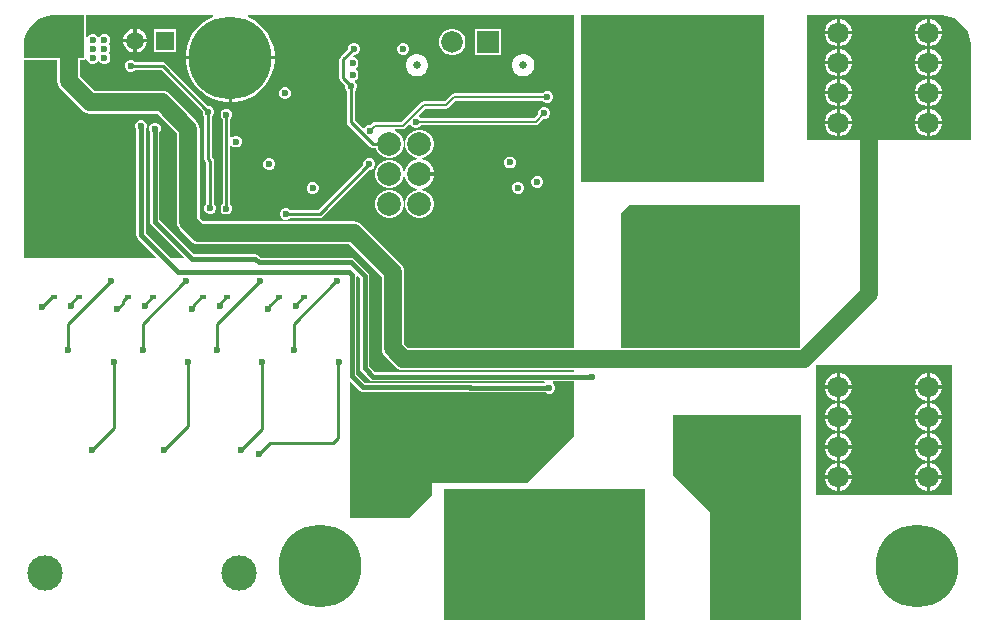
<source format=gbl>
G04*
G04 #@! TF.GenerationSoftware,Altium Limited,Altium Designer,21.1.0 (24)*
G04*
G04 Layer_Physical_Order=4*
G04 Layer_Color=16711680*
%FSLAX25Y25*%
%MOIN*%
G70*
G04*
G04 #@! TF.SameCoordinates,8E11B689-D9C9-4360-AAA9-F91F00066FD3*
G04*
G04*
G04 #@! TF.FilePolarity,Positive*
G04*
G01*
G75*
%ADD13C,0.00787*%
%ADD39C,0.27559*%
%ADD40C,0.07874*%
%ADD47C,0.11811*%
%ADD58C,0.01500*%
%ADD59C,0.01000*%
%ADD65R,0.05906X0.05906*%
%ADD66C,0.05906*%
%ADD67C,0.02657*%
%ADD68C,0.07205*%
%ADD69R,0.07205X0.07205*%
%ADD70C,0.07087*%
%ADD71C,0.02362*%
%ADD72R,0.02323X0.01772*%
%ADD73C,0.05906*%
G36*
X185039Y92355D02*
X129727D01*
X128477Y93605D01*
Y117520D01*
X128349Y118496D01*
X127972Y119406D01*
X127372Y120187D01*
X114282Y133278D01*
X113500Y133877D01*
X112591Y134254D01*
X111614Y134383D01*
X61518D01*
X60268Y135632D01*
Y165354D01*
X60140Y166331D01*
X59763Y167241D01*
X59164Y168022D01*
X50404Y176782D01*
X49622Y177381D01*
X48713Y177758D01*
X47736Y177887D01*
X25283D01*
X20406Y182763D01*
Y188174D01*
X21654D01*
X21961Y188235D01*
X22181Y188382D01*
X22263Y188400D01*
X22754Y188305D01*
X22938Y187861D01*
X23491Y187308D01*
X24215Y187008D01*
X24998D01*
X25721Y187308D01*
X26275Y187861D01*
X26304Y187932D01*
X26845D01*
X26875Y187861D01*
X27428Y187308D01*
X28152Y187008D01*
X28935D01*
X29658Y187308D01*
X30212Y187861D01*
X30512Y188585D01*
Y189368D01*
X30212Y190092D01*
X29851Y190453D01*
X30212Y190814D01*
X30512Y191538D01*
Y192321D01*
X30212Y193044D01*
X29851Y193405D01*
X30212Y193767D01*
X30512Y194490D01*
Y195273D01*
X30212Y195997D01*
X29658Y196551D01*
X28935Y196850D01*
X28152D01*
X27428Y196551D01*
X26875Y195997D01*
X26845Y195927D01*
X26304D01*
X26275Y195997D01*
X25721Y196551D01*
X24998Y196850D01*
X24215D01*
X23491Y196551D01*
X22956Y196016D01*
X22857Y196021D01*
X22456Y196142D01*
Y203119D01*
X22956Y203119D01*
X64573D01*
X64692Y202619D01*
X62726Y201617D01*
X60844Y200250D01*
X59199Y198605D01*
X57832Y196722D01*
X56776Y194650D01*
X56057Y192437D01*
X55693Y190140D01*
Y189567D01*
X85252D01*
Y190140D01*
X84888Y192437D01*
X84169Y194650D01*
X83113Y196722D01*
X81746Y198605D01*
X80101Y200250D01*
X78219Y201617D01*
X76253Y202619D01*
X76372Y203119D01*
X185039Y203119D01*
Y92355D01*
D02*
G37*
G36*
X11811Y203119D02*
X21654D01*
X21654Y188976D01*
X1606Y188976D01*
Y192913D01*
X1606Y192913D01*
Y193582D01*
X1780Y194909D01*
X2127Y196201D01*
X2638Y197437D01*
X3307Y198595D01*
X4122Y199657D01*
X5068Y200603D01*
X6129Y201417D01*
X7288Y202086D01*
X8524Y202598D01*
X9816Y202944D01*
X11142Y203119D01*
X11811D01*
X11811Y203119D01*
D02*
G37*
G36*
X309082Y202944D02*
X310374Y202598D01*
X311610Y202086D01*
X312769Y201417D01*
X313830Y200603D01*
X314776Y199657D01*
X315590Y198595D01*
X316259Y197437D01*
X316771Y196201D01*
X317117Y194909D01*
X317292Y193582D01*
Y192913D01*
Y161417D01*
X262795Y161417D01*
Y203119D01*
X307087D01*
X307087Y203119D01*
X307755D01*
X309082Y202944D01*
D02*
G37*
G36*
X248238Y147630D02*
X187312D01*
X187312Y203119D01*
X248238Y203119D01*
Y147630D01*
D02*
G37*
G36*
X260500Y92607D02*
X260248Y92355D01*
X200752D01*
X200663Y137013D01*
X203444Y139800D01*
X260500D01*
Y92607D01*
D02*
G37*
G36*
X12861Y181201D02*
X12990Y180224D01*
X13367Y179315D01*
X13966Y178533D01*
X21053Y171447D01*
X21834Y170847D01*
X22744Y170470D01*
X23720Y170342D01*
X46174D01*
X52724Y163792D01*
Y134070D01*
X52852Y133093D01*
X53229Y132183D01*
X53829Y131402D01*
X57288Y127943D01*
X58069Y127343D01*
X58979Y126966D01*
X59955Y126838D01*
X110052D01*
X120932Y115957D01*
Y92042D01*
X121061Y91066D01*
X121438Y90156D01*
X122037Y89375D01*
X125497Y85915D01*
X126278Y85316D01*
X127188Y84939D01*
X128164Y84810D01*
X185039D01*
Y84245D01*
X118661D01*
X116823Y86082D01*
Y116142D01*
X116704Y116742D01*
X116364Y117250D01*
X111738Y121876D01*
X111230Y122216D01*
X110630Y122335D01*
X80571D01*
X79947Y122959D01*
X79439Y123299D01*
X78839Y123418D01*
X58425D01*
X46843Y135000D01*
Y164138D01*
X46944Y164239D01*
X47244Y164963D01*
Y165746D01*
X46944Y166469D01*
X46391Y167023D01*
X45667Y167323D01*
X44884D01*
X44161Y167023D01*
X43607Y166469D01*
X43307Y165746D01*
Y164963D01*
X43607Y164239D01*
X43708Y164138D01*
Y134350D01*
X43827Y133750D01*
X44167Y133242D01*
X54900Y122509D01*
X54709Y122047D01*
X50642D01*
X42305Y130384D01*
Y164937D01*
X42407Y165039D01*
X42707Y165762D01*
Y166545D01*
X42407Y167269D01*
X41853Y167823D01*
X41129Y168122D01*
X40346D01*
X39623Y167823D01*
X39069Y167269D01*
X38770Y166545D01*
Y165762D01*
X39069Y165039D01*
X39170Y164937D01*
Y129735D01*
X39290Y129135D01*
X39630Y128626D01*
X45746Y122509D01*
X45555Y122047D01*
X1606D01*
Y188173D01*
X12861Y188174D01*
Y181201D01*
D02*
G37*
G36*
X113688Y115492D02*
Y85433D01*
X113808Y84833D01*
X114147Y84325D01*
X116903Y81569D01*
X117412Y81229D01*
X118012Y81110D01*
X175135D01*
X175368Y80610D01*
X175279Y80505D01*
X150790D01*
X150295Y80603D01*
X115512D01*
X112493Y83622D01*
Y115981D01*
X112993Y116188D01*
X113688Y115492D01*
D02*
G37*
G36*
X185039Y62992D02*
X169291Y47244D01*
X137795D01*
Y43307D01*
X129921Y35433D01*
X110236D01*
Y80791D01*
X110698Y80983D01*
X113754Y77927D01*
X114262Y77587D01*
X114862Y77468D01*
X149899D01*
X150394Y77369D01*
X175654D01*
X175755Y77268D01*
X176479Y76968D01*
X177262D01*
X177985Y77268D01*
X178539Y77822D01*
X178839Y78545D01*
Y79329D01*
X178539Y80052D01*
X177985Y80606D01*
X177976Y80610D01*
X178075Y81110D01*
X185039D01*
Y62992D01*
D02*
G37*
G36*
X311024Y43307D02*
X265748Y43307D01*
X265748Y86614D01*
X311024Y86614D01*
X311024Y43307D01*
D02*
G37*
G36*
X141732Y45276D02*
X208661D01*
Y1606D01*
X208661Y1606D01*
X141732D01*
X141732Y45276D01*
X141732Y45276D01*
D02*
G37*
G36*
X260728Y1575D02*
X230217D01*
Y37500D01*
X218209Y49508D01*
Y69980D01*
X260728D01*
Y1575D01*
D02*
G37*
%LPC*%
G36*
X39311Y198619D02*
Y195276D01*
X42654D01*
X42404Y196211D01*
X41884Y197112D01*
X41148Y197848D01*
X40246Y198368D01*
X39311Y198619D01*
D02*
G37*
G36*
X38130D02*
X37195Y198368D01*
X36293Y197848D01*
X35557Y197112D01*
X35037Y196211D01*
X34786Y195276D01*
X38130D01*
Y198619D01*
D02*
G37*
G36*
X52461Y198425D02*
X44980D01*
Y190945D01*
X52461D01*
Y198425D01*
D02*
G37*
G36*
X42654Y194095D02*
X39311D01*
Y190751D01*
X40246Y191002D01*
X41148Y191522D01*
X41884Y192258D01*
X42404Y193159D01*
X42654Y194095D01*
D02*
G37*
G36*
X38130D02*
X34786D01*
X35037Y193159D01*
X35557Y192258D01*
X36293Y191522D01*
X37195Y191002D01*
X38130Y190751D01*
Y194095D01*
D02*
G37*
G36*
X128541Y193799D02*
X127758D01*
X127034Y193500D01*
X126481Y192946D01*
X126181Y192222D01*
Y191439D01*
X126481Y190716D01*
X127034Y190162D01*
X127758Y189862D01*
X128541D01*
X129265Y190162D01*
X129818Y190716D01*
X130118Y191439D01*
Y192222D01*
X129818Y192946D01*
X129265Y193500D01*
X128541Y193799D01*
D02*
G37*
G36*
X160689Y198583D02*
X151909D01*
Y189803D01*
X160689D01*
Y198583D01*
D02*
G37*
G36*
X145066D02*
X143910D01*
X142794Y198284D01*
X141793Y197706D01*
X140975Y196888D01*
X140398Y195887D01*
X140098Y194771D01*
Y193615D01*
X140398Y192499D01*
X140975Y191498D01*
X141793Y190680D01*
X142794Y190102D01*
X143910Y189803D01*
X145066D01*
X146183Y190102D01*
X147184Y190680D01*
X148001Y191498D01*
X148579Y192499D01*
X148878Y193615D01*
Y194771D01*
X148579Y195887D01*
X148001Y196888D01*
X147184Y197706D01*
X146183Y198284D01*
X145066Y198583D01*
D02*
G37*
G36*
X168597Y190176D02*
X167623D01*
X166682Y189924D01*
X165838Y189437D01*
X165149Y188748D01*
X164662Y187905D01*
X164410Y186963D01*
Y185989D01*
X164662Y185048D01*
X165149Y184204D01*
X165838Y183516D01*
X166682Y183028D01*
X167623Y182776D01*
X168597D01*
X169538Y183028D01*
X170382Y183516D01*
X171071Y184204D01*
X171558Y185048D01*
X171810Y185989D01*
Y186963D01*
X171558Y187905D01*
X171071Y188748D01*
X170382Y189437D01*
X169538Y189924D01*
X168597Y190176D01*
D02*
G37*
G36*
X133164D02*
X132190D01*
X131249Y189924D01*
X130405Y189437D01*
X129716Y188748D01*
X129229Y187905D01*
X128977Y186963D01*
Y185989D01*
X129229Y185048D01*
X129716Y184204D01*
X130405Y183516D01*
X131249Y183028D01*
X132190Y182776D01*
X133164D01*
X134105Y183028D01*
X134949Y183516D01*
X135638Y184204D01*
X136125Y185048D01*
X136377Y185989D01*
Y186963D01*
X136125Y187905D01*
X135638Y188748D01*
X134949Y189437D01*
X134105Y189924D01*
X133164Y190176D01*
D02*
G37*
G36*
X89073Y179035D02*
X88289D01*
X87566Y178736D01*
X87012Y178182D01*
X86713Y177459D01*
Y176675D01*
X87012Y175952D01*
X87566Y175398D01*
X88289Y175098D01*
X89073D01*
X89796Y175398D01*
X90350Y175952D01*
X90650Y176675D01*
Y177459D01*
X90350Y178182D01*
X89796Y178736D01*
X89073Y179035D01*
D02*
G37*
G36*
X85252Y188386D02*
X71063D01*
Y174197D01*
X71636D01*
X73933Y174561D01*
X76146Y175280D01*
X78219Y176336D01*
X80101Y177703D01*
X81746Y179348D01*
X83113Y181230D01*
X84169Y183303D01*
X84888Y185515D01*
X85252Y187813D01*
Y188386D01*
D02*
G37*
G36*
X69882D02*
X55693D01*
Y187813D01*
X56057Y185515D01*
X56776Y183303D01*
X57832Y181230D01*
X59199Y179348D01*
X60844Y177703D01*
X62726Y176336D01*
X64799Y175280D01*
X67012Y174561D01*
X69309Y174197D01*
X69882D01*
Y188386D01*
D02*
G37*
G36*
X112104Y193898D02*
X111321D01*
X110598Y193598D01*
X110044Y193044D01*
X109744Y192321D01*
Y191817D01*
X107241Y189314D01*
X106957Y188888D01*
X106857Y188386D01*
Y182183D01*
X106957Y181681D01*
X107241Y181255D01*
X108760Y179736D01*
Y179038D01*
X109060Y178314D01*
X109416Y177958D01*
Y167528D01*
X109516Y167026D01*
X109800Y166600D01*
X117132Y159269D01*
X117558Y158984D01*
X118060Y158884D01*
X118984D01*
X119121Y158373D01*
X119743Y157296D01*
X120623Y156416D01*
X121700Y155794D01*
X122902Y155472D01*
X124146D01*
X125347Y155794D01*
X126425Y156416D01*
X127304Y157296D01*
X127926Y158373D01*
X128248Y159575D01*
Y160819D01*
X127926Y162020D01*
X127304Y163098D01*
X126425Y163977D01*
X125347Y164599D01*
X125216Y164634D01*
X125282Y165134D01*
X128013D01*
X128013Y165134D01*
X128474Y165226D01*
X128865Y165487D01*
X130151Y166773D01*
X130641Y166676D01*
X130713Y166503D01*
X131267Y165949D01*
X131990Y165650D01*
X132773D01*
X133497Y165949D01*
X133961Y166414D01*
X172244D01*
X172244Y166414D01*
X172705Y166506D01*
X173096Y166767D01*
X174833Y168504D01*
X175490D01*
X176214Y168804D01*
X176767Y169357D01*
X177067Y170081D01*
Y170864D01*
X176767Y171588D01*
X176214Y172141D01*
X175490Y172441D01*
X174707D01*
X173983Y172141D01*
X173430Y171588D01*
X173130Y170864D01*
Y170207D01*
X171745Y168822D01*
X133961D01*
X133497Y169287D01*
X133324Y169359D01*
X133227Y169849D01*
X135402Y172024D01*
X142520D01*
X142520Y172024D01*
X142981Y172116D01*
X143371Y172377D01*
X145676Y174682D01*
X174601D01*
X175066Y174217D01*
X175789Y173917D01*
X176573D01*
X177296Y174217D01*
X177850Y174771D01*
X178150Y175494D01*
Y176277D01*
X177850Y177001D01*
X177296Y177555D01*
X176573Y177854D01*
X175789D01*
X175066Y177555D01*
X174601Y177090D01*
X145177D01*
X144716Y176998D01*
X144326Y176737D01*
X144326Y176737D01*
X142021Y174433D01*
X134903D01*
X134903Y174433D01*
X134442Y174341D01*
X134052Y174080D01*
X134052Y174080D01*
X127515Y167543D01*
X118701D01*
X118240Y167451D01*
X117849Y167190D01*
X117195Y166535D01*
X116538D01*
X115814Y166236D01*
X115260Y165682D01*
X115190Y165511D01*
X114699Y165414D01*
X112041Y168072D01*
Y177958D01*
X112397Y178314D01*
X112697Y179038D01*
Y179821D01*
X112397Y180544D01*
X111946Y180995D01*
X111964Y181420D01*
X112019Y181566D01*
X112336Y181697D01*
X112889Y182251D01*
X113189Y182975D01*
Y183758D01*
X112889Y184481D01*
X112336Y185035D01*
X112334Y185035D01*
Y185535D01*
X112336Y185536D01*
X112889Y186090D01*
X113189Y186813D01*
Y187596D01*
X112889Y188320D01*
X112336Y188874D01*
X111613Y189173D01*
X111495Y189446D01*
X111415Y189630D01*
X111679Y189961D01*
X112104D01*
X112828Y190260D01*
X113381Y190814D01*
X113681Y191538D01*
Y192321D01*
X113381Y193044D01*
X112828Y193598D01*
X112104Y193898D01*
D02*
G37*
G36*
X69585Y171949D02*
X68801D01*
X68078Y171649D01*
X67524Y171095D01*
X67224Y170372D01*
Y169589D01*
X67524Y168865D01*
X67880Y168509D01*
Y140152D01*
X67524Y139796D01*
X67224Y139073D01*
Y138290D01*
X67524Y137566D01*
X68078Y137012D01*
X68801Y136713D01*
X69585D01*
X70308Y137012D01*
X70862Y137566D01*
X71161Y138290D01*
Y139073D01*
X70862Y139796D01*
X70505Y140152D01*
Y159468D01*
X71005Y159675D01*
X71326Y159355D01*
X72049Y159055D01*
X72833D01*
X73556Y159355D01*
X74110Y159908D01*
X74409Y160632D01*
Y161415D01*
X74110Y162139D01*
X73556Y162692D01*
X72833Y162992D01*
X72049D01*
X71326Y162692D01*
X71005Y162372D01*
X70505Y162579D01*
Y168509D01*
X70862Y168865D01*
X71161Y169589D01*
Y170372D01*
X70862Y171095D01*
X70308Y171649D01*
X69585Y171949D01*
D02*
G37*
G36*
X164073Y156004D02*
X163290D01*
X162566Y155704D01*
X162012Y155150D01*
X161713Y154427D01*
Y153644D01*
X162012Y152920D01*
X162566Y152367D01*
X163290Y152067D01*
X164073D01*
X164796Y152367D01*
X165350Y152920D01*
X165650Y153644D01*
Y154427D01*
X165350Y155150D01*
X164796Y155704D01*
X164073Y156004D01*
D02*
G37*
G36*
X83856Y155413D02*
X83073D01*
X82349Y155114D01*
X81796Y154560D01*
X81496Y153836D01*
Y153053D01*
X81796Y152330D01*
X82349Y151776D01*
X83073Y151476D01*
X83856D01*
X84580Y151776D01*
X85133Y152330D01*
X85433Y153053D01*
Y153836D01*
X85133Y154560D01*
X84580Y155114D01*
X83856Y155413D01*
D02*
G37*
G36*
X134146Y164921D02*
X132902D01*
X131700Y164599D01*
X130623Y163977D01*
X129743Y163098D01*
X129121Y162020D01*
X128799Y160819D01*
Y159575D01*
X129121Y158373D01*
X129743Y157296D01*
X130623Y156416D01*
X131700Y155794D01*
X132554Y155566D01*
Y155048D01*
X131618Y154797D01*
X130492Y154147D01*
X129573Y153228D01*
X128923Y152102D01*
X128672Y151167D01*
X128155D01*
X127926Y152020D01*
X127304Y153098D01*
X126425Y153977D01*
X125347Y154599D01*
X124146Y154921D01*
X122902D01*
X121700Y154599D01*
X120623Y153977D01*
X119743Y153098D01*
X119121Y152020D01*
X118799Y150819D01*
Y149575D01*
X119121Y148373D01*
X119743Y147296D01*
X120623Y146416D01*
X121700Y145794D01*
X122902Y145472D01*
X124146D01*
X125347Y145794D01*
X126425Y146416D01*
X127304Y147296D01*
X127926Y148373D01*
X128155Y149227D01*
X128672D01*
X128923Y148291D01*
X129573Y147166D01*
X130492Y146246D01*
X131618Y145596D01*
X132554Y145346D01*
Y144828D01*
X131700Y144599D01*
X130623Y143977D01*
X129743Y143098D01*
X129121Y142020D01*
X128799Y140819D01*
Y139575D01*
X129121Y138373D01*
X129743Y137296D01*
X130623Y136416D01*
X131700Y135794D01*
X132902Y135472D01*
X134146D01*
X135347Y135794D01*
X136425Y136416D01*
X137304Y137296D01*
X137926Y138373D01*
X138248Y139575D01*
Y140819D01*
X137926Y142020D01*
X137304Y143098D01*
X136425Y143977D01*
X135347Y144599D01*
X134494Y144828D01*
Y145346D01*
X135429Y145596D01*
X136555Y146246D01*
X137474Y147166D01*
X138124Y148291D01*
X138461Y149547D01*
Y149606D01*
X133524D01*
Y150787D01*
X138461D01*
Y150847D01*
X138124Y152102D01*
X137474Y153228D01*
X136555Y154147D01*
X135429Y154797D01*
X134494Y155048D01*
Y155566D01*
X135347Y155794D01*
X136425Y156416D01*
X137304Y157296D01*
X137926Y158373D01*
X138248Y159575D01*
Y160819D01*
X137926Y162020D01*
X137304Y163098D01*
X136425Y163977D01*
X135347Y164599D01*
X134146Y164921D01*
D02*
G37*
G36*
X173226Y149508D02*
X172443D01*
X171720Y149208D01*
X171166Y148654D01*
X170866Y147931D01*
Y147148D01*
X171166Y146424D01*
X171720Y145871D01*
X172443Y145571D01*
X173226D01*
X173950Y145871D01*
X174504Y146424D01*
X174803Y147148D01*
Y147931D01*
X174504Y148654D01*
X173950Y149208D01*
X173226Y149508D01*
D02*
G37*
G36*
X166829Y147564D02*
X166045D01*
X165322Y147265D01*
X164768Y146711D01*
X164469Y145987D01*
Y145204D01*
X164768Y144481D01*
X165322Y143927D01*
X166045Y143628D01*
X166829D01*
X167552Y143927D01*
X168106Y144481D01*
X168405Y145204D01*
Y145987D01*
X168106Y146711D01*
X167552Y147265D01*
X166829Y147564D01*
D02*
G37*
G36*
X98325Y147441D02*
X97541D01*
X96818Y147141D01*
X96264Y146588D01*
X95965Y145864D01*
Y145081D01*
X96264Y144357D01*
X96818Y143804D01*
X97541Y143504D01*
X98325D01*
X99048Y143804D01*
X99602Y144357D01*
X99902Y145081D01*
Y145864D01*
X99602Y146588D01*
X99048Y147141D01*
X98325Y147441D01*
D02*
G37*
G36*
X117222Y155413D02*
X116439D01*
X115716Y155114D01*
X115162Y154560D01*
X114862Y153836D01*
Y153333D01*
X99752Y138222D01*
X90448D01*
X90091Y138578D01*
X89368Y138878D01*
X88585D01*
X87861Y138578D01*
X87308Y138024D01*
X87008Y137301D01*
Y136518D01*
X87308Y135794D01*
X87861Y135241D01*
X88585Y134941D01*
X89368D01*
X90091Y135241D01*
X90448Y135597D01*
X100295D01*
X100798Y135697D01*
X101223Y135981D01*
X116718Y151476D01*
X117222D01*
X117946Y151776D01*
X118500Y152330D01*
X118799Y153053D01*
Y153836D01*
X118500Y154560D01*
X117946Y155114D01*
X117222Y155413D01*
D02*
G37*
G36*
X37695Y188238D02*
X36912D01*
X36188Y187938D01*
X35634Y187385D01*
X35335Y186661D01*
Y185878D01*
X35634Y185155D01*
X36188Y184601D01*
X36912Y184301D01*
X37695D01*
X38418Y184601D01*
X38774Y184957D01*
X47340D01*
X61221Y171077D01*
Y170573D01*
X61520Y169850D01*
X61876Y169493D01*
Y155037D01*
X61976Y154535D01*
X62261Y154109D01*
X62467Y153903D01*
Y140251D01*
X62111Y139895D01*
X61811Y139171D01*
Y138388D01*
X62111Y137664D01*
X62665Y137111D01*
X63388Y136811D01*
X64171D01*
X64895Y137111D01*
X65448Y137664D01*
X65748Y138388D01*
Y139171D01*
X65448Y139895D01*
X65092Y140251D01*
Y154446D01*
X64992Y154949D01*
X64708Y155375D01*
X64502Y155581D01*
Y169493D01*
X64858Y169850D01*
X65158Y170573D01*
Y171356D01*
X64858Y172080D01*
X64304Y172633D01*
X63581Y172933D01*
X63077D01*
X48812Y187198D01*
X48386Y187482D01*
X47884Y187582D01*
X38774D01*
X38418Y187938D01*
X37695Y188238D01*
D02*
G37*
G36*
X124146Y144921D02*
X122902D01*
X121700Y144599D01*
X120623Y143977D01*
X119743Y143098D01*
X119121Y142020D01*
X118799Y140819D01*
Y139575D01*
X119121Y138373D01*
X119743Y137296D01*
X120623Y136416D01*
X121700Y135794D01*
X122902Y135472D01*
X124146D01*
X125347Y135794D01*
X126425Y136416D01*
X127304Y137296D01*
X127926Y138373D01*
X128248Y139575D01*
Y140819D01*
X127926Y142020D01*
X127304Y143098D01*
X126425Y143977D01*
X125347Y144599D01*
X124146Y144921D01*
D02*
G37*
G36*
X303748Y201866D02*
X303740D01*
Y197913D01*
X307693D01*
Y197921D01*
X307383Y199076D01*
X306785Y200113D01*
X305939Y200958D01*
X304903Y201556D01*
X303748Y201866D01*
D02*
G37*
G36*
X273748D02*
X273740D01*
Y197913D01*
X277693D01*
Y197921D01*
X277383Y199076D01*
X276785Y200113D01*
X275939Y200958D01*
X274903Y201556D01*
X273748Y201866D01*
D02*
G37*
G36*
X302559D02*
X302552D01*
X301396Y201556D01*
X300360Y200958D01*
X299514Y200113D01*
X298916Y199076D01*
X298606Y197921D01*
Y197913D01*
X302559D01*
Y201866D01*
D02*
G37*
G36*
X272559D02*
X272551D01*
X271396Y201556D01*
X270360Y200958D01*
X269514Y200113D01*
X268916Y199076D01*
X268606Y197921D01*
Y197913D01*
X272559D01*
Y201866D01*
D02*
G37*
G36*
X307693Y196732D02*
X303740D01*
Y192780D01*
X303748D01*
X304903Y193089D01*
X305939Y193687D01*
X306785Y194533D01*
X307383Y195569D01*
X307693Y196725D01*
Y196732D01*
D02*
G37*
G36*
X302559D02*
X298606D01*
Y196725D01*
X298916Y195569D01*
X299514Y194533D01*
X300360Y193687D01*
X301396Y193089D01*
X302552Y192780D01*
X302559D01*
Y196732D01*
D02*
G37*
G36*
X277693D02*
X273740D01*
Y192780D01*
X273748D01*
X274903Y193089D01*
X275939Y193687D01*
X276785Y194533D01*
X277383Y195569D01*
X277693Y196725D01*
Y196732D01*
D02*
G37*
G36*
X272559D02*
X268606D01*
Y196725D01*
X268916Y195569D01*
X269514Y194533D01*
X270360Y193687D01*
X271396Y193089D01*
X272551Y192780D01*
X272559D01*
Y196732D01*
D02*
G37*
G36*
X303748Y191866D02*
X303740D01*
Y187913D01*
X307693D01*
Y187921D01*
X307383Y189076D01*
X306785Y190112D01*
X305939Y190958D01*
X304903Y191557D01*
X303748Y191866D01*
D02*
G37*
G36*
X273748D02*
X273740D01*
Y187913D01*
X277693D01*
Y187921D01*
X277383Y189076D01*
X276785Y190112D01*
X275939Y190958D01*
X274903Y191557D01*
X273748Y191866D01*
D02*
G37*
G36*
X302559D02*
X302552D01*
X301396Y191557D01*
X300360Y190958D01*
X299514Y190112D01*
X298916Y189076D01*
X298606Y187921D01*
Y187913D01*
X302559D01*
Y191866D01*
D02*
G37*
G36*
X272559D02*
X272551D01*
X271396Y191557D01*
X270360Y190958D01*
X269514Y190112D01*
X268916Y189076D01*
X268606Y187921D01*
Y187913D01*
X272559D01*
Y191866D01*
D02*
G37*
G36*
X307693Y186732D02*
X303740D01*
Y182780D01*
X303748D01*
X304903Y183089D01*
X305939Y183687D01*
X306785Y184533D01*
X307383Y185569D01*
X307693Y186725D01*
Y186732D01*
D02*
G37*
G36*
X302559D02*
X298606D01*
Y186725D01*
X298916Y185569D01*
X299514Y184533D01*
X300360Y183687D01*
X301396Y183089D01*
X302552Y182780D01*
X302559D01*
Y186732D01*
D02*
G37*
G36*
X277693D02*
X273740D01*
Y182780D01*
X273748D01*
X274903Y183089D01*
X275939Y183687D01*
X276785Y184533D01*
X277383Y185569D01*
X277693Y186725D01*
Y186732D01*
D02*
G37*
G36*
X272559D02*
X268606D01*
Y186725D01*
X268916Y185569D01*
X269514Y184533D01*
X270360Y183687D01*
X271396Y183089D01*
X272551Y182780D01*
X272559D01*
Y186732D01*
D02*
G37*
G36*
X303748Y181866D02*
X303740D01*
Y177913D01*
X307693D01*
Y177921D01*
X307383Y179077D01*
X306785Y180113D01*
X305939Y180958D01*
X304903Y181556D01*
X303748Y181866D01*
D02*
G37*
G36*
X273748D02*
X273740D01*
Y177913D01*
X277693D01*
Y177921D01*
X277383Y179077D01*
X276785Y180113D01*
X275939Y180958D01*
X274903Y181556D01*
X273748Y181866D01*
D02*
G37*
G36*
X302559D02*
X302552D01*
X301396Y181556D01*
X300360Y180958D01*
X299514Y180113D01*
X298916Y179077D01*
X298606Y177921D01*
Y177913D01*
X302559D01*
Y181866D01*
D02*
G37*
G36*
X272559D02*
X272551D01*
X271396Y181556D01*
X270360Y180958D01*
X269514Y180113D01*
X268916Y179077D01*
X268606Y177921D01*
Y177913D01*
X272559D01*
Y181866D01*
D02*
G37*
G36*
X307693Y176732D02*
X303740D01*
Y172780D01*
X303748D01*
X304903Y173089D01*
X305939Y173687D01*
X306785Y174533D01*
X307383Y175569D01*
X307693Y176725D01*
Y176732D01*
D02*
G37*
G36*
X302559D02*
X298606D01*
Y176725D01*
X298916Y175569D01*
X299514Y174533D01*
X300360Y173687D01*
X301396Y173089D01*
X302552Y172780D01*
X302559D01*
Y176732D01*
D02*
G37*
G36*
X277693D02*
X273740D01*
Y172780D01*
X273748D01*
X274903Y173089D01*
X275939Y173687D01*
X276785Y174533D01*
X277383Y175569D01*
X277693Y176725D01*
Y176732D01*
D02*
G37*
G36*
X272559D02*
X268606D01*
Y176725D01*
X268916Y175569D01*
X269514Y174533D01*
X270360Y173687D01*
X271396Y173089D01*
X272551Y172780D01*
X272559D01*
Y176732D01*
D02*
G37*
G36*
X303748Y171866D02*
X303740D01*
Y167913D01*
X307693D01*
Y167921D01*
X307383Y169077D01*
X306785Y170113D01*
X305939Y170958D01*
X304903Y171556D01*
X303748Y171866D01*
D02*
G37*
G36*
X273748D02*
X273740D01*
Y167913D01*
X277693D01*
Y167921D01*
X277383Y169077D01*
X276785Y170113D01*
X275939Y170958D01*
X274903Y171556D01*
X273748Y171866D01*
D02*
G37*
G36*
X302559D02*
X302552D01*
X301396Y171556D01*
X300360Y170958D01*
X299514Y170113D01*
X298916Y169077D01*
X298606Y167921D01*
Y167913D01*
X302559D01*
Y171866D01*
D02*
G37*
G36*
X272559D02*
X272551D01*
X271396Y171556D01*
X270360Y170958D01*
X269514Y170113D01*
X268916Y169077D01*
X268606Y167921D01*
Y167913D01*
X272559D01*
Y171866D01*
D02*
G37*
G36*
X307693Y166732D02*
X303740D01*
Y162779D01*
X303748D01*
X304903Y163089D01*
X305939Y163687D01*
X306785Y164533D01*
X307383Y165569D01*
X307693Y166725D01*
Y166732D01*
D02*
G37*
G36*
X302559D02*
X298606D01*
Y166725D01*
X298916Y165569D01*
X299514Y164533D01*
X300360Y163687D01*
X301396Y163089D01*
X302552Y162779D01*
X302559D01*
Y166732D01*
D02*
G37*
G36*
X277693D02*
X273740D01*
Y162779D01*
X273748D01*
X274903Y163089D01*
X275939Y163687D01*
X276785Y164533D01*
X277383Y165569D01*
X277693Y166725D01*
Y166732D01*
D02*
G37*
G36*
X272559D02*
X268606D01*
Y166725D01*
X268916Y165569D01*
X269514Y164533D01*
X270360Y163687D01*
X271396Y163089D01*
X272551Y162779D01*
X272559D01*
Y166732D01*
D02*
G37*
G36*
X303748Y83756D02*
X303740D01*
Y79803D01*
X307693D01*
Y79811D01*
X307383Y80966D01*
X306785Y82002D01*
X305939Y82848D01*
X304903Y83446D01*
X303748Y83756D01*
D02*
G37*
G36*
X273748D02*
X273740D01*
Y79803D01*
X277693D01*
Y79811D01*
X277383Y80966D01*
X276785Y82002D01*
X275939Y82848D01*
X274903Y83446D01*
X273748Y83756D01*
D02*
G37*
G36*
X302559D02*
X302552D01*
X301396Y83446D01*
X300360Y82848D01*
X299514Y82002D01*
X298916Y80966D01*
X298606Y79811D01*
Y79803D01*
X302559D01*
Y83756D01*
D02*
G37*
G36*
X272559D02*
X272551D01*
X271396Y83446D01*
X270360Y82848D01*
X269514Y82002D01*
X268916Y80966D01*
X268606Y79811D01*
Y79803D01*
X272559D01*
Y83756D01*
D02*
G37*
G36*
X307693Y78622D02*
X303740D01*
Y74669D01*
X303748D01*
X304903Y74979D01*
X305939Y75577D01*
X306785Y76423D01*
X307383Y77459D01*
X307693Y78614D01*
Y78622D01*
D02*
G37*
G36*
X302559D02*
X298606D01*
Y78614D01*
X298916Y77459D01*
X299514Y76423D01*
X300360Y75577D01*
X301396Y74979D01*
X302552Y74669D01*
X302559D01*
Y78622D01*
D02*
G37*
G36*
X277693D02*
X273740D01*
Y74669D01*
X273748D01*
X274903Y74979D01*
X275939Y75577D01*
X276785Y76423D01*
X277383Y77459D01*
X277693Y78614D01*
Y78622D01*
D02*
G37*
G36*
X272559D02*
X268606D01*
Y78614D01*
X268916Y77459D01*
X269514Y76423D01*
X270360Y75577D01*
X271396Y74979D01*
X272551Y74669D01*
X272559D01*
Y78622D01*
D02*
G37*
G36*
X303748Y73756D02*
X303740D01*
Y69803D01*
X307693D01*
Y69811D01*
X307383Y70966D01*
X306785Y72002D01*
X305939Y72848D01*
X304903Y73446D01*
X303748Y73756D01*
D02*
G37*
G36*
X273748D02*
X273740D01*
Y69803D01*
X277693D01*
Y69811D01*
X277383Y70966D01*
X276785Y72002D01*
X275939Y72848D01*
X274903Y73446D01*
X273748Y73756D01*
D02*
G37*
G36*
X302559D02*
X302552D01*
X301396Y73446D01*
X300360Y72848D01*
X299514Y72002D01*
X298916Y70966D01*
X298606Y69811D01*
Y69803D01*
X302559D01*
Y73756D01*
D02*
G37*
G36*
X272559D02*
X272551D01*
X271396Y73446D01*
X270360Y72848D01*
X269514Y72002D01*
X268916Y70966D01*
X268606Y69811D01*
Y69803D01*
X272559D01*
Y73756D01*
D02*
G37*
G36*
X307693Y68622D02*
X303740D01*
Y64669D01*
X303748D01*
X304903Y64979D01*
X305939Y65577D01*
X306785Y66423D01*
X307383Y67459D01*
X307693Y68615D01*
Y68622D01*
D02*
G37*
G36*
X302559D02*
X298606D01*
Y68615D01*
X298916Y67459D01*
X299514Y66423D01*
X300360Y65577D01*
X301396Y64979D01*
X302552Y64669D01*
X302559D01*
Y68622D01*
D02*
G37*
G36*
X277693D02*
X273740D01*
Y64669D01*
X273748D01*
X274903Y64979D01*
X275939Y65577D01*
X276785Y66423D01*
X277383Y67459D01*
X277693Y68615D01*
Y68622D01*
D02*
G37*
G36*
X272559D02*
X268606D01*
Y68615D01*
X268916Y67459D01*
X269514Y66423D01*
X270360Y65577D01*
X271396Y64979D01*
X272551Y64669D01*
X272559D01*
Y68622D01*
D02*
G37*
G36*
X303748Y63756D02*
X303740D01*
Y59803D01*
X307693D01*
Y59811D01*
X307383Y60966D01*
X306785Y62002D01*
X305939Y62848D01*
X304903Y63446D01*
X303748Y63756D01*
D02*
G37*
G36*
X273748D02*
X273740D01*
Y59803D01*
X277693D01*
Y59811D01*
X277383Y60966D01*
X276785Y62002D01*
X275939Y62848D01*
X274903Y63446D01*
X273748Y63756D01*
D02*
G37*
G36*
X302559D02*
X302552D01*
X301396Y63446D01*
X300360Y62848D01*
X299514Y62002D01*
X298916Y60966D01*
X298606Y59811D01*
Y59803D01*
X302559D01*
Y63756D01*
D02*
G37*
G36*
X272559D02*
X272551D01*
X271396Y63446D01*
X270360Y62848D01*
X269514Y62002D01*
X268916Y60966D01*
X268606Y59811D01*
Y59803D01*
X272559D01*
Y63756D01*
D02*
G37*
G36*
X307693Y58622D02*
X303740D01*
Y54669D01*
X303748D01*
X304903Y54979D01*
X305939Y55577D01*
X306785Y56423D01*
X307383Y57459D01*
X307693Y58614D01*
Y58622D01*
D02*
G37*
G36*
X302559D02*
X298606D01*
Y58614D01*
X298916Y57459D01*
X299514Y56423D01*
X300360Y55577D01*
X301396Y54979D01*
X302552Y54669D01*
X302559D01*
Y58622D01*
D02*
G37*
G36*
X277693D02*
X273740D01*
Y54669D01*
X273748D01*
X274903Y54979D01*
X275939Y55577D01*
X276785Y56423D01*
X277383Y57459D01*
X277693Y58614D01*
Y58622D01*
D02*
G37*
G36*
X272559D02*
X268606D01*
Y58614D01*
X268916Y57459D01*
X269514Y56423D01*
X270360Y55577D01*
X271396Y54979D01*
X272551Y54669D01*
X272559D01*
Y58622D01*
D02*
G37*
G36*
X303748Y53756D02*
X303740D01*
Y49803D01*
X307693D01*
Y49811D01*
X307383Y50966D01*
X306785Y52002D01*
X305939Y52848D01*
X304903Y53446D01*
X303748Y53756D01*
D02*
G37*
G36*
X273748D02*
X273740D01*
Y49803D01*
X277693D01*
Y49811D01*
X277383Y50966D01*
X276785Y52002D01*
X275939Y52848D01*
X274903Y53446D01*
X273748Y53756D01*
D02*
G37*
G36*
X302559D02*
X302552D01*
X301396Y53446D01*
X300360Y52848D01*
X299514Y52002D01*
X298916Y50966D01*
X298606Y49811D01*
Y49803D01*
X302559D01*
Y53756D01*
D02*
G37*
G36*
X272559D02*
X272551D01*
X271396Y53446D01*
X270360Y52848D01*
X269514Y52002D01*
X268916Y50966D01*
X268606Y49811D01*
Y49803D01*
X272559D01*
Y53756D01*
D02*
G37*
G36*
X307693Y48622D02*
X303740D01*
Y44669D01*
X303748D01*
X304903Y44979D01*
X305939Y45577D01*
X306785Y46423D01*
X307383Y47459D01*
X307693Y48614D01*
Y48622D01*
D02*
G37*
G36*
X302559D02*
X298606D01*
Y48614D01*
X298916Y47459D01*
X299514Y46423D01*
X300360Y45577D01*
X301396Y44979D01*
X302552Y44669D01*
X302559D01*
Y48622D01*
D02*
G37*
G36*
X277693D02*
X273740D01*
Y44669D01*
X273748D01*
X274903Y44979D01*
X275939Y45577D01*
X276785Y46423D01*
X277383Y47459D01*
X277693Y48614D01*
Y48622D01*
D02*
G37*
G36*
X272559D02*
X268606D01*
Y48614D01*
X268916Y47459D01*
X269514Y46423D01*
X270360Y45577D01*
X271396Y44979D01*
X272551Y44669D01*
X272559D01*
Y48622D01*
D02*
G37*
%LPD*%
D13*
X142520Y173228D02*
X145177Y175886D01*
X176181D01*
X134903Y173228D02*
X142520D01*
X128013Y166339D02*
X134903Y173228D01*
X118701Y166339D02*
X128013D01*
X116929Y164567D02*
X118701Y166339D01*
X172244Y167618D02*
X175098Y170472D01*
X132382Y167618D02*
X172244D01*
D39*
X70472Y188976D02*
D03*
X100394Y19685D02*
D03*
X299213D02*
D03*
D40*
X133524Y140197D02*
D03*
Y150197D02*
D03*
Y160197D02*
D03*
X123524Y140197D02*
D03*
Y150197D02*
D03*
Y160197D02*
D03*
D47*
X73484Y17362D02*
D03*
X8799D02*
D03*
D58*
X78839Y121850D02*
X79921Y120768D01*
X110630D02*
X115256Y116142D01*
X79921Y120768D02*
X110630D01*
X115256Y85433D02*
Y116142D01*
Y85433D02*
X118012Y82677D01*
X40738Y129735D02*
X53051Y117421D01*
X110047D01*
X110925Y116543D01*
Y82972D02*
Y116543D01*
X57776Y121850D02*
X78839D01*
X118012Y82677D02*
X190945D01*
X45276Y134350D02*
X57776Y121850D01*
X114862Y79035D02*
X150295D01*
X150394Y78937D01*
X110925Y82972D02*
X114862Y79035D01*
X150394Y78937D02*
X176870D01*
X40738Y129735D02*
Y166154D01*
X45276Y134350D02*
Y165354D01*
D59*
X110728Y167528D02*
Y179624D01*
X108169Y188386D02*
X111713Y191929D01*
X108169Y182183D02*
Y188386D01*
Y182183D02*
X110728Y179624D01*
Y167528D02*
X118060Y160197D01*
X123524D01*
X100295Y136909D02*
X116831Y153445D01*
X88976Y136909D02*
X100295D01*
X37303Y186270D02*
X47884D01*
X63189Y170965D01*
X80149Y56859D02*
Y57019D01*
X83787Y60657D01*
X66004Y91535D02*
Y100248D01*
X83169Y105118D02*
X83430Y105379D01*
X86585Y109350D02*
X86860D01*
X83430Y106196D02*
X86585Y109350D01*
X83430Y105379D02*
Y106196D01*
X57938Y106333D02*
X61014Y109409D01*
Y109449D01*
X57677Y105118D02*
X57938Y105379D01*
Y106333D01*
X34770Y107870D02*
X36309Y109409D01*
X32874Y105118D02*
X34770Y107014D01*
X36309Y109409D02*
Y109449D01*
X34770Y107014D02*
Y107870D01*
X24409Y58268D02*
X31594Y65453D01*
Y87598D01*
X74016Y58169D02*
X81201Y65354D01*
Y87599D01*
X69193Y138681D02*
Y169980D01*
X83787Y60657D02*
X104776D01*
X106299Y62180D01*
Y86698D01*
X63189Y155037D02*
X63779Y154446D01*
X63189Y155037D02*
Y170965D01*
X63779Y138779D02*
Y154446D01*
X106831Y87230D02*
Y87599D01*
X106299Y86698D02*
X106831Y87230D01*
X7795Y105905D02*
X7864D01*
X11407Y109449D01*
X16398Y91535D02*
Y100248D01*
X17284Y106201D02*
X17544Y106461D01*
Y107239D01*
X16398Y100248D02*
X30618Y114469D01*
X48524Y58366D02*
X56496Y66339D01*
Y87599D01*
X41299Y91535D02*
Y100248D01*
X91634Y91536D02*
Y100248D01*
X42185Y106201D02*
X42446Y106461D01*
X66890Y106201D02*
X67150Y106461D01*
X92520Y106201D02*
X92780Y106461D01*
X42446Y106461D02*
Y107239D01*
X67150Y106461D02*
Y107239D01*
X92780Y106461D02*
Y107239D01*
X41299Y100248D02*
X55520Y114469D01*
X66004Y100248D02*
X80224Y114469D01*
X11348Y109350D02*
X11624D01*
X17544Y107239D02*
X19656Y109350D01*
X19931D01*
X30618Y114469D02*
X30866D01*
X36250Y109350D02*
X36526D01*
X42446Y107239D02*
X44557Y109350D01*
X67150Y107239D02*
X69262Y109350D01*
X92780Y107239D02*
X94892Y109350D01*
X44557Y109350D02*
X44833D01*
X69262D02*
X69537D01*
X60955D02*
X61230D01*
X86585Y109350D02*
X86860D01*
X55520Y114469D02*
X55768D01*
X80224D02*
X80472D01*
X91634Y100248D02*
X105854Y114469D01*
X106102D01*
X94892Y109350D02*
X95167D01*
D65*
X48720Y194685D02*
D03*
D66*
X38721D02*
D03*
D67*
X168110Y186476D02*
D03*
X132677D02*
D03*
D68*
X144488Y194193D02*
D03*
D69*
X156299D02*
D03*
D70*
X192342Y167165D02*
D03*
Y177165D02*
D03*
Y187165D02*
D03*
Y197165D02*
D03*
X222342Y167165D02*
D03*
Y177165D02*
D03*
Y187165D02*
D03*
Y197165D02*
D03*
X273150Y167323D02*
D03*
Y177323D02*
D03*
Y187323D02*
D03*
Y197323D02*
D03*
X303150Y167323D02*
D03*
Y177323D02*
D03*
Y187323D02*
D03*
Y197323D02*
D03*
X151102Y37874D02*
D03*
X161102D02*
D03*
X171102D02*
D03*
X181102D02*
D03*
X151102Y7874D02*
D03*
X161102D02*
D03*
X171102D02*
D03*
X181102D02*
D03*
X273150Y49213D02*
D03*
Y59213D02*
D03*
Y69213D02*
D03*
Y79213D02*
D03*
X303150Y49213D02*
D03*
Y59213D02*
D03*
Y69213D02*
D03*
Y79213D02*
D03*
D71*
X37225Y165690D02*
D03*
X94488Y200396D02*
D03*
X110236D02*
D03*
X102362D02*
D03*
X88583Y183071D02*
D03*
Y188976D02*
D03*
Y194882D02*
D03*
X132283Y128347D02*
D03*
X126378D02*
D03*
X144095D02*
D03*
X138189D02*
D03*
X139764Y114173D02*
D03*
Y108268D02*
D03*
Y102362D02*
D03*
X145669Y114173D02*
D03*
Y108268D02*
D03*
Y102362D02*
D03*
X151575Y114173D02*
D03*
Y108268D02*
D03*
Y102362D02*
D03*
X157480Y114173D02*
D03*
Y108268D02*
D03*
Y102362D02*
D03*
X163386D02*
D03*
Y108268D02*
D03*
Y114173D02*
D03*
X169291Y102362D02*
D03*
Y108268D02*
D03*
Y114173D02*
D03*
X111713Y191929D02*
D03*
X116831Y153445D02*
D03*
X72441Y161024D02*
D03*
X97933Y145472D02*
D03*
X83465Y153445D02*
D03*
X91240Y156595D02*
D03*
X102362Y161417D02*
D03*
X106299D02*
D03*
Y165354D02*
D03*
X102362D02*
D03*
X116240Y172835D02*
D03*
X111221Y187205D02*
D03*
Y183366D02*
D03*
X128150Y191831D02*
D03*
X88681Y177067D02*
D03*
X132382Y167618D02*
D03*
X116929Y164567D02*
D03*
X110728Y179429D02*
D03*
X150000Y128347D02*
D03*
X175492Y123524D02*
D03*
X172835Y147539D02*
D03*
X163681Y154035D02*
D03*
X112205Y55118D02*
D03*
X139627Y72216D02*
D03*
X157480Y61024D02*
D03*
X151575Y64961D02*
D03*
X157480D02*
D03*
Y68898D02*
D03*
X151575D02*
D03*
X157480Y72835D02*
D03*
X151575D02*
D03*
X145669D02*
D03*
X33465Y151575D02*
D03*
X27559D02*
D03*
X21654D02*
D03*
X9843Y147638D02*
D03*
X3937Y157480D02*
D03*
Y151575D02*
D03*
X29503Y200812D02*
D03*
X25566D02*
D03*
X28543Y191929D02*
D03*
X24606Y194882D02*
D03*
X80149Y56859D02*
D03*
X66004Y91535D02*
D03*
X24606Y191929D02*
D03*
X28543Y194882D02*
D03*
Y188976D02*
D03*
X24606D02*
D03*
X166437Y145596D02*
D03*
X148917Y171358D02*
D03*
X155807D02*
D03*
X143602Y160827D02*
D03*
X174114Y201476D02*
D03*
X215846Y188976D02*
D03*
X211910Y171260D02*
D03*
X215846D02*
D03*
X204035D02*
D03*
X211910Y194882D02*
D03*
X200098D02*
D03*
X207972Y177165D02*
D03*
Y188976D02*
D03*
X200098D02*
D03*
X204035Y194882D02*
D03*
X211910Y183071D02*
D03*
X215846D02*
D03*
X200098D02*
D03*
X207972Y171260D02*
D03*
X204035Y177165D02*
D03*
X211910Y188976D02*
D03*
X207972Y194882D02*
D03*
X215846D02*
D03*
X211910Y177165D02*
D03*
X204035Y188976D02*
D03*
X207972Y183071D02*
D03*
X215846Y177165D02*
D03*
X200098D02*
D03*
Y171260D02*
D03*
X204035Y183071D02*
D03*
X216535Y135827D02*
D03*
X212469Y124024D02*
D03*
X204724Y135827D02*
D03*
Y124016D02*
D03*
X208661D02*
D03*
X216535D02*
D03*
X208661Y135827D02*
D03*
X220472Y124016D02*
D03*
X212469Y135836D02*
D03*
X220472Y135827D02*
D03*
X177165Y17717D02*
D03*
X157480D02*
D03*
X173228D02*
D03*
X153543D02*
D03*
X161417D02*
D03*
X181102D02*
D03*
X165354D02*
D03*
X169291D02*
D03*
X177165Y23622D02*
D03*
X157480D02*
D03*
X165354D02*
D03*
X173228D02*
D03*
X161417D02*
D03*
X169291D02*
D03*
X181102D02*
D03*
X153543D02*
D03*
X181102Y29528D02*
D03*
X173228D02*
D03*
X177165D02*
D03*
X153543D02*
D03*
X157480D02*
D03*
X161417D02*
D03*
X169291D02*
D03*
X165354D02*
D03*
X69193Y138681D02*
D03*
X63189Y170965D02*
D03*
X63779Y138779D02*
D03*
X69193Y169980D02*
D03*
X251969Y112205D02*
D03*
X255906Y100394D02*
D03*
X248031Y112205D02*
D03*
X251969Y100394D02*
D03*
X248031D02*
D03*
X244094D02*
D03*
X240158Y112205D02*
D03*
X244094D02*
D03*
X255906D02*
D03*
X240158Y100394D02*
D03*
X83169Y105118D02*
D03*
X57677D02*
D03*
X32874D02*
D03*
X24409Y58268D02*
D03*
X74016Y58169D02*
D03*
X8760Y177854D02*
D03*
X148819Y60532D02*
D03*
X122539Y70768D02*
D03*
X92126Y124902D02*
D03*
X240158Y165354D02*
D03*
Y171260D02*
D03*
Y177165D02*
D03*
Y188976D02*
D03*
Y194882D02*
D03*
Y200787D02*
D03*
X244094D02*
D03*
Y194882D02*
D03*
Y188976D02*
D03*
Y183071D02*
D03*
Y177165D02*
D03*
Y171260D02*
D03*
Y165354D02*
D03*
X190945Y82677D02*
D03*
X255906Y124016D02*
D03*
Y135827D02*
D03*
X251969Y124016D02*
D03*
Y135827D02*
D03*
X248031Y124016D02*
D03*
Y135827D02*
D03*
X244094Y124016D02*
D03*
Y135827D02*
D03*
X240158Y124016D02*
D03*
Y135827D02*
D03*
X234252Y100394D02*
D03*
Y112205D02*
D03*
Y124016D02*
D03*
Y135827D02*
D03*
X230315Y100394D02*
D03*
Y112205D02*
D03*
Y124016D02*
D03*
Y135827D02*
D03*
X226378Y100394D02*
D03*
Y112205D02*
D03*
Y124016D02*
D03*
Y135827D02*
D03*
X220472Y100394D02*
D03*
Y112205D02*
D03*
X216535Y100394D02*
D03*
Y112205D02*
D03*
X212469Y100402D02*
D03*
Y112214D02*
D03*
X208661Y100394D02*
D03*
Y112205D02*
D03*
X204724Y100394D02*
D03*
Y112205D02*
D03*
X190945Y7874D02*
D03*
Y15748D02*
D03*
Y23622D02*
D03*
Y27559D02*
D03*
X194882Y23622D02*
D03*
Y19685D02*
D03*
Y15748D02*
D03*
X190945Y19685D02*
D03*
Y11811D02*
D03*
Y31496D02*
D03*
X194882Y27559D02*
D03*
Y31496D02*
D03*
X190945Y35433D02*
D03*
X194882Y11811D02*
D03*
Y7874D02*
D03*
Y35433D02*
D03*
X255906Y11811D02*
D03*
X251969D02*
D03*
X244094D02*
D03*
X248031D02*
D03*
X255906Y17717D02*
D03*
X251969D02*
D03*
X244094D02*
D03*
X248031D02*
D03*
X224410Y53150D02*
D03*
X232283D02*
D03*
X240158D02*
D03*
X248031D02*
D03*
X255906D02*
D03*
X224410Y57087D02*
D03*
X232283D02*
D03*
X240158D02*
D03*
X248031D02*
D03*
X255906D02*
D03*
X224410Y61024D02*
D03*
X232283D02*
D03*
X240158D02*
D03*
X248031D02*
D03*
X255906D02*
D03*
X255834Y64894D02*
D03*
X247960D02*
D03*
X240086D02*
D03*
X232212D02*
D03*
X224338D02*
D03*
X244094Y29528D02*
D03*
Y23622D02*
D03*
X248031D02*
D03*
Y29528D02*
D03*
X251969D02*
D03*
Y23622D02*
D03*
X255906D02*
D03*
Y29528D02*
D03*
X176870Y78937D02*
D03*
X11891Y154429D02*
D03*
X106831Y87599D02*
D03*
X176181Y175886D02*
D03*
X3937Y192913D02*
D03*
X7874D02*
D03*
Y196850D02*
D03*
X19685Y192913D02*
D03*
X15748D02*
D03*
X11811D02*
D03*
Y196850D02*
D03*
X15748D02*
D03*
X19685D02*
D03*
Y200787D02*
D03*
X15748D02*
D03*
X11811D02*
D03*
X30709Y182973D02*
D03*
X181201Y67913D02*
D03*
X88976Y136909D02*
D03*
X175098Y170472D02*
D03*
X40738Y166154D02*
D03*
X45276Y165354D02*
D03*
X119193Y70866D02*
D03*
X48524Y58366D02*
D03*
X31594Y87598D02*
D03*
X56496Y87599D02*
D03*
X81201D02*
D03*
X16398Y91535D02*
D03*
X41299Y91535D02*
D03*
X91634Y91536D02*
D03*
X7795Y105905D02*
D03*
X8760Y184252D02*
D03*
X17284Y106201D02*
D03*
X30866Y114469D02*
D03*
X37303Y186270D02*
D03*
X42185Y106201D02*
D03*
X55768Y114469D02*
D03*
X66890Y106201D02*
D03*
X80472Y114469D02*
D03*
X92520Y106201D02*
D03*
X106102Y114469D02*
D03*
D72*
X11624Y109350D02*
D03*
X19931D02*
D03*
X36526Y109350D02*
D03*
X44833D02*
D03*
X95167Y109350D02*
D03*
X86860D02*
D03*
X61230Y109350D02*
D03*
X69537D02*
D03*
D73*
X56496Y134070D02*
X59955Y130610D01*
X111614D02*
X124705Y117520D01*
X59955Y130610D02*
X111614D01*
X56496Y134070D02*
Y165354D01*
X124705Y92042D02*
Y117520D01*
Y92042D02*
X128164Y88583D01*
X261811D01*
X283465Y110236D02*
Y171260D01*
X285433Y173228D01*
X261811Y88583D02*
X283465Y110236D01*
X15453Y194783D02*
X16634Y193602D01*
Y181201D02*
Y193602D01*
Y181201D02*
X23720Y174114D01*
X47736D01*
X56496Y165354D01*
M02*

</source>
